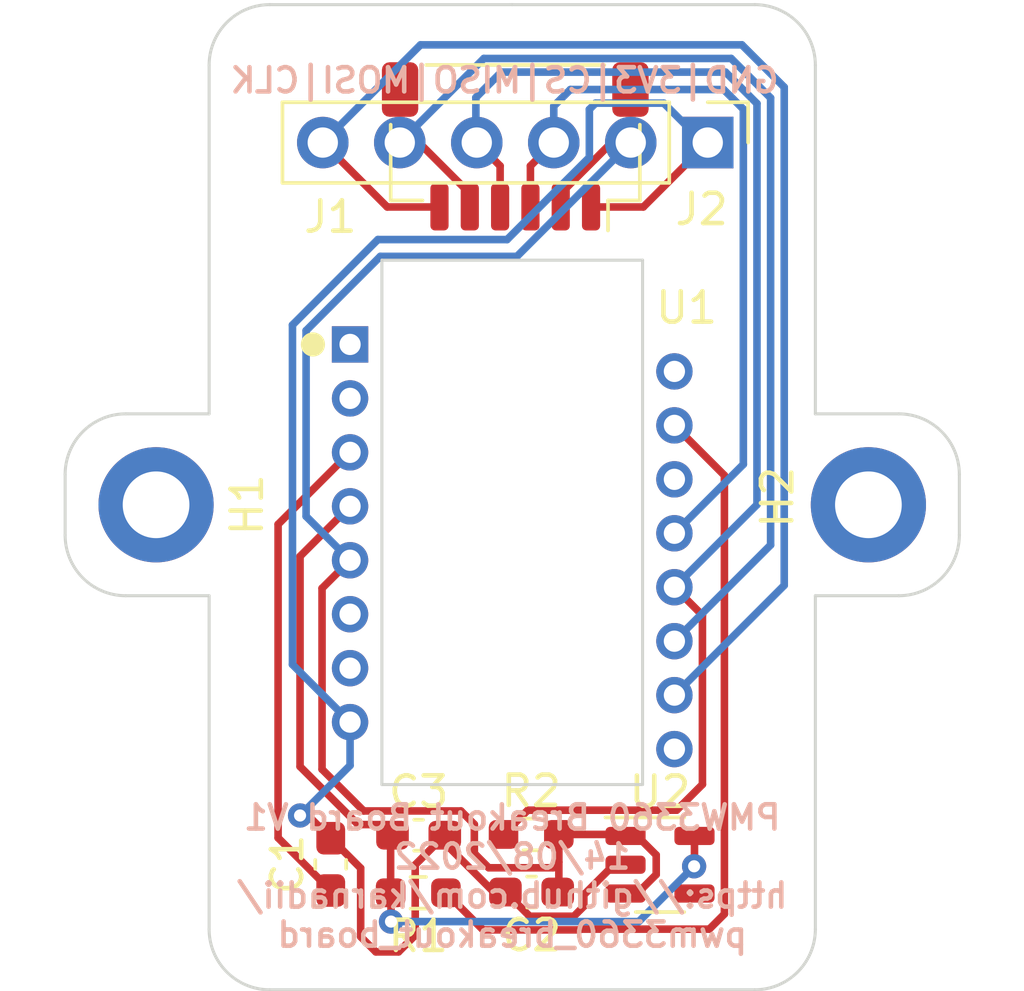
<source format=kicad_pcb>
(kicad_pcb (version 20211014) (generator pcbnew)
  (layers (0 "F.Cu" signal) (31 "B.Cu" signal) (34 "B.Paste" user) (35 "F.Paste" user) (36 "B.SilkS" user "B.Silkscreen") (37 "F.SilkS" user "F.Silkscreen") (38 "B.Mask" user) (39 "F.Mask" user) (44 "Edge.Cuts" user))
  (net 0 "")
  (net 1 "Net-(C1-Pad1)")
  (net 2 "GND")
  (net 3 "MISO")
  (net 4 "+1V8")
  (net 5 "NCS")
  (net 6 "MOSI")
  (net 7 "SCLK")
  (net 8 "Net-(R1-Pad1)")
  (net 15 "MOTION")
  (net 17 "+3V3")
  (footprint "Capacitor_SMD:C_0603_1608Metric_Pad1.08x0.95mm_HandSolder" (layer "F.Cu") (at 126.3375 109.57)
    (fp_text reference "C3" (at 0 -1.43) (layer "F.SilkS"))
    (fp_text value "1uF")
    (fp_line (start -0.146267 -0.51) (end 0.146267 -0.51) (layer "F.SilkS") (width 0.12))
    (fp_line (start -0.146267 0.51) (end 0.146267 0.51) (layer "F.SilkS") (width 0.12))
    (pad "1" smd roundrect (at -0.8625 0) (size 1.075 0.95) (layers "F.Cu" "F.Paste" "F.Mask") (net 4 "+1V8"))
    (pad "2" smd roundrect (at 0.8625 0) (size 1.075 0.95) (layers "F.Cu" "F.Paste" "F.Mask") (net 2 "GND"))
  )
  (footprint "Resistor_SMD:R_0603_1608Metric_Pad0.98x0.95mm_HandSolder" (layer "F.Cu") (at 126.325 111.47 180)
    (fp_text reference "R1" (at 0 -1.43) (layer "F.SilkS"))
    (fp_text value "39")
    (fp_line (start -0.254724 -0.5225) (end 0.254724 -0.5225) (layer "F.SilkS") (width 0.12))
    (fp_line (start -0.254724 0.5225) (end 0.254724 0.5225) (layer "F.SilkS") (width 0.12))
    (pad "1" smd roundrect (at -0.9125 0 180) (size 0.975 0.95) (layers "F.Cu" "F.Paste" "F.Mask") (net 8 "Net-(R1-Pad1)"))
    (pad "2" smd roundrect (at 0.9125 0 180) (size 0.975 0.95) (layers "F.Cu" "F.Paste" "F.Mask") (net 4 "+1V8"))
  )
  (footprint "PMW3360:PMW3360" (layer "F.Cu") (at 124.075 93.38)
    (fp_text reference "U1" (at 11.1 -1.21) (layer "F.SilkS"))
    (fp_text value "PMW3360")
    (fp_circle (center -1.225 0) (end -1.025 0) (layer "F.SilkS") (width 0.4) (fill none))
    (pad "1" thru_hole rect (at 0 0) (size 1.2 1.2) (drill 0.7) (layers *.Cu *.Mask))
    (pad "2" thru_hole circle (at 0 1.78) (size 1.2 1.2) (drill 0.7) (layers *.Cu *.Mask))
    (pad "3" thru_hole circle (at 0 3.56) (size 1.2 1.2) (drill 0.7) (layers *.Cu *.Mask) (net 1 "Net-(C1-Pad1)"))
    (pad "4" thru_hole circle (at 0 5.34) (size 1.2 1.2) (drill 0.7) (layers *.Cu *.Mask) (net 4 "+1V8"))
    (pad "5" thru_hole circle (at 0 7.12) (size 1.2 1.2) (drill 0.7) (layers *.Cu *.Mask) (net 17 "+3V3"))
    (pad "6" thru_hole circle (at 0 8.9) (size 1.2 1.2) (drill 0.7) (layers *.Cu *.Mask))
    (pad "7" thru_hole circle (at 0 10.68) (size 1.2 1.2) (drill 0.7) (layers *.Cu *.Mask))
    (pad "8" thru_hole circle (at 0 12.46) (size 1.2 1.2) (drill 0.7) (layers *.Cu *.Mask) (net 2 "GND"))
    (pad "9" thru_hole circle (at 10.7 13.35) (size 1.2 1.2) (drill 0.7) (layers *.Cu *.Mask) (net 15 "MOTION"))
    (pad "10" thru_hole circle (at 10.7 11.57) (size 1.2 1.2) (drill 0.7) (layers *.Cu *.Mask) (net 7 "SCLK"))
    (pad "11" thru_hole circle (at 10.7 9.79) (size 1.2 1.2) (drill 0.7) (layers *.Cu *.Mask) (net 6 "MOSI"))
    (pad "12" thru_hole circle (at 10.7 8.01) (size 1.2 1.2) (drill 0.7) (layers *.Cu *.Mask) (net 3 "MISO"))
    (pad "13" thru_hole circle (at 10.7 6.23) (size 1.2 1.2) (drill 0.7) (layers *.Cu *.Mask) (net 5 "NCS"))
    (pad "14" thru_hole circle (at 10.7 4.45) (size 1.2 1.2) (drill 0.7) (layers *.Cu *.Mask))
    (pad "15" thru_hole circle (at 10.7 2.67) (size 1.2 1.2) (drill 0.7) (layers *.Cu *.Mask) (net 8 "Net-(R1-Pad1)"))
    (pad "16" thru_hole circle (at 10.7 0.89) (size 1.2 1.2) (drill 0.7) (layers *.Cu *.Mask))
  )
  (footprint "Resistor_SMD:R_0603_1608Metric_Pad0.98x0.95mm_HandSolder" (layer "F.Cu") (at 130.05 109.545)
    (fp_text reference "R2" (at 0 -1.43) (layer "F.SilkS"))
    (fp_text value "10k")
    (fp_line (start -0.254724 -0.5225) (end 0.254724 -0.5225) (layer "F.SilkS") (width 0.12))
    (fp_line (start -0.254724 0.5225) (end 0.254724 0.5225) (layer "F.SilkS") (width 0.12))
    (pad "1" smd roundrect (at -0.9125 0) (size 0.975 0.95) (layers "F.Cu" "F.Paste" "F.Mask") (net 3 "MISO"))
    (pad "2" smd roundrect (at 0.9125 0) (size 0.975 0.95) (layers "F.Cu" "F.Paste" "F.Mask") (net 17 "+3V3"))
  )
  (footprint "Package_TO_SOT_SMD:SOT-23-5" (layer "F.Cu") (at 134.3 110.545)
    (fp_text reference "U2" (at 0 -2.4) (layer "F.SilkS"))
    (fp_text value "TLV70019_SOT23-5")
    (fp_line (start 0 -1.56) (end -1.8 -1.56) (layer "F.SilkS") (width 0.12))
    (fp_line (start 0 1.56) (end -0.8 1.56) (layer "F.SilkS") (width 0.12))
    (fp_line (start 0 -1.56) (end 0.8 -1.56) (layer "F.SilkS") (width 0.12))
    (fp_line (start 0 1.56) (end 0.8 1.56) (layer "F.SilkS") (width 0.12))
    (pad "1" smd roundrect (at -1.1375 -0.95) (size 1.325 0.6) (layers "F.Cu" "F.Paste" "F.Mask") (net 17 "+3V3"))
    (pad "2" smd roundrect (at -1.1375 0) (size 1.325 0.6) (layers "F.Cu" "F.Paste" "F.Mask") (net 2 "GND"))
    (pad "3" smd roundrect (at -1.1375 0.95) (size 1.325 0.6) (layers "F.Cu" "F.Paste" "F.Mask") (net 17 "+3V3"))
    (pad "4" smd roundrect (at 1.1375 0.95) (size 1.325 0.6) (layers "F.Cu" "F.Paste" "F.Mask"))
    (pad "5" smd roundrect (at 1.1375 -0.95) (size 1.325 0.6) (layers "F.Cu" "F.Paste" "F.Mask") (net 4 "+1V8"))
  )
  (footprint "MountingHole:MountingHole_2.2mm_M2_DIN965_Pad" (layer "F.Cu") (at 117.675 98.67)
    (fp_text reference "H1" (at 3 0 90) (layer "F.SilkS"))
    (fp_text value "MountingHole")
    (pad "1" thru_hole circle (at 0 0) (size 3.8 3.8) (drill 2.2) (layers *.Cu *.Mask))
  )
  (footprint "Capacitor_SMD:C_0603_1608Metric_Pad1.08x0.95mm_HandSolder" (layer "F.Cu") (at 123.4375 110.5325 90)
    (fp_text reference "C1" (at 0 -1.43 90) (layer "F.SilkS"))
    (fp_text value "4.7uF")
    (fp_line (start -0.146267 0.51) (end 0.146267 0.51) (layer "F.SilkS") (width 0.12))
    (fp_line (start -0.146267 -0.51) (end 0.146267 -0.51) (layer "F.SilkS") (width 0.12))
    (pad "1" smd roundrect (at -0.8625 0 90) (size 1.075 0.95) (layers "F.Cu" "F.Paste" "F.Mask") (net 1 "Net-(C1-Pad1)"))
    (pad "2" smd roundrect (at 0.8625 0 90) (size 1.075 0.95) (layers "F.Cu" "F.Paste" "F.Mask") (net 2 "GND"))
  )
  (footprint "Connector_JST:JST_SH_SM06B-SRSS-TB_1x06-1MP_P1.00mm_Horizontal" (layer "F.Cu") (at 129.525 86.845 180)
    (fp_text reference "J1" (at 6.1 -2.325) (layer "F.SilkS"))
    (fp_text value "Conn_01x06")
    (fp_line (start -4.11 0.715) (end -4.11 -1.785) (layer "F.SilkS") (width 0.12))
    (fp_line (start -2.94 2.685) (end 2.94 2.685) (layer "F.SilkS") (width 0.12))
    (fp_line (start -3.06 -1.785) (end -3.06 -2.775) (layer "F.SilkS") (width 0.12))
    (fp_line (start -4.11 -1.785) (end -3.06 -1.785) (layer "F.SilkS") (width 0.12))
    (fp_line (start 4.11 0.715) (end 4.11 -1.785) (layer "F.SilkS") (width 0.12))
    (fp_line (start 4.11 -1.785) (end 3.06 -1.785) (layer "F.SilkS") (width 0.12))
    (pad "1" smd roundrect (at -2.5 -2 180) (size 0.6 1.55) (layers "F.Cu" "F.Paste" "F.Mask") (net 2 "GND"))
    (pad "2" smd roundrect (at -1.5 -2 180) (size 0.6 1.55) (layers "F.Cu" "F.Paste" "F.Mask") (net 17 "+3V3"))
    (pad "3" smd roundrect (at -0.5 -2 180) (size 0.6 1.55) (layers "F.Cu" "F.Paste" "F.Mask") (net 5 "NCS"))
    (pad "4" smd roundrect (at 0.5 -2 180) (size 0.6 1.55) (layers "F.Cu" "F.Paste" "F.Mask") (net 3 "MISO"))
    (pad "5" smd roundrect (at 1.5 -2 180) (size 0.6 1.55) (layers "F.Cu" "F.Paste" "F.Mask") (net 6 "MOSI"))
    (pad "6" smd roundrect (at 2.5 -2 180) (size 0.6 1.55) (layers "F.Cu" "F.Paste" "F.Mask") (net 7 "SCLK"))
    (pad "MP" smd roundrect (at -3.8 1.875 180) (size 1.2 1.8) (layers "F.Cu" "F.Paste" "F.Mask") (roundrect_rratio 0.2083333333))
    (pad "MP" smd roundrect (at 3.8 1.875 180) (size 1.2 1.8) (layers "F.Cu" "F.Paste" "F.Mask") (roundrect_rratio 0.2083333333))
  )
  (footprint "Capacitor_SMD:C_0603_1608Metric_Pad1.08x0.95mm_HandSolder" (layer "F.Cu") (at 130.0625 111.445 180)
    (fp_text reference "C2" (at 0 -1.43) (layer "F.SilkS"))
    (fp_text value "0.1uF")
    (fp_line (start -0.146267 0.51) (end 0.146267 0.51) (layer "F.SilkS") (width 0.12))
    (fp_line (start -0.146267 -0.51) (end 0.146267 -0.51) (layer "F.SilkS") (width 0.12))
    (pad "1" smd roundrect (at -0.8625 0 180) (size 1.075 0.95) (layers "F.Cu" "F.Paste" "F.Mask") (net 17 "+3V3"))
    (pad "2" smd roundrect (at 0.8625 0 180) (size 1.075 0.95) (layers "F.Cu" "F.Paste" "F.Mask") (net 2 "GND"))
  )
  (footprint "Connector_PinHeader_2.54mm:PinHeader_1x06_P2.54mm_Vertical" (layer "F.Cu") (at 135.875 86.72 -90)
    (fp_text reference "J2" (at 2.2 0.2 180) (layer "F.SilkS"))
    (fp_text value "Conn_01x06")
    (fp_line (start -1.33 1.27) (end 1.33 1.27) (layer "F.SilkS") (width 0.12))
    (fp_line (start 1.33 1.27) (end 1.33 14.03) (layer "F.SilkS") (width 0.12))
    (fp_line (start -1.33 0) (end -1.33 -1.33) (layer "F.SilkS") (width 0.12))
    (fp_line (start -1.33 14.03) (end 1.33 14.03) (layer "F.SilkS") (width 0.12))
    (fp_line (start -1.33 1.27) (end -1.33 14.03) (layer "F.SilkS") (width 0.12))
    (fp_line (start -1.33 -1.33) (end 0 -1.33) (layer "F.SilkS") (width 0.12))
    (pad "1" thru_hole rect (at 0 0 270) (size 1.7 1.7) (drill 1) (layers *.Cu *.Mask) (net 2 "GND"))
    (pad "2" thru_hole oval (at 0 2.54 270) (size 1.7 1.7) (drill 1) (layers *.Cu *.Mask) (net 17 "+3V3"))
    (pad "3" thru_hole oval (at 0 5.08 270) (size 1.7 1.7) (drill 1) (layers *.Cu *.Mask) (net 5 "NCS"))
    (pad "4" thru_hole oval (at 0 7.62 270) (size 1.7 1.7) (drill 1) (layers *.Cu *.Mask) (net 3 "MISO"))
    (pad "5" thru_hole oval (at 0 10.16 270) (size 1.7 1.7) (drill 1) (layers *.Cu *.Mask) (net 6 "MOSI"))
    (pad "6" thru_hole oval (at 0 12.7 270) (size 1.7 1.7) (drill 1) (layers *.Cu *.Mask) (net 7 "SCLK"))
  )
  (footprint "MountingHole:MountingHole_2.2mm_M2_DIN965_Pad" (layer "F.Cu") (at 141.175 98.67)
    (fp_text reference "H2" (at -3 -0.25 90) (layer "F.SilkS"))
    (fp_text value "MountingHole")
    (pad "1" thru_hole circle (at 0 0) (size 3.8 3.8) (drill 2.2) (layers *.Cu *.Mask))
  )
  (gr_line (start 125.125 107.9) (end 125.125 90.6) (layer "Edge.Cuts") (width 0.1))
  (gr_line (start 119.425 84.17) (end 119.425 95.67) (layer "Edge.Cuts") (width 0.1))
  (gr_line (start 119.425 101.67) (end 116.675 101.67) (layer "Edge.Cuts") (width 0.1))
  (gr_line (start 144.175 99.67) (end 144.175 97.67) (layer "Edge.Cuts") (width 0.1))
  (gr_line (start 119.425 101.67) (end 119.425 112.67) (layer "Edge.Cuts") (width 0.1))
  (gr_arc (start 137.425 82.17) (mid 138.839214 82.755786) (end 139.425 84.17) (layer "Edge.Cuts") (width 0.1))
  (gr_line (start 129.425 82.17) (end 137.425 82.17) (layer "Edge.Cuts") (width 0.1))
  (gr_arc (start 116.675 101.67) (mid 115.260786 101.084214) (end 114.675 99.67) (layer "Edge.Cuts") (width 0.1))
  (gr_line (start 139.425 95.67) (end 139.425 84.17) (layer "Edge.Cuts") (width 0.1))
  (gr_arc (start 121.425 114.67) (mid 120.010786 114.084214) (end 119.425 112.67) (layer "Edge.Cuts") (width 0.1))
  (gr_line (start 121.425 82.17) (end 129.425 82.17) (layer "Edge.Cuts") (width 0.1))
  (gr_arc (start 139.425 112.67) (mid 138.839214 114.084214) (end 137.425 114.67) (layer "Edge.Cuts") (width 0.1))
  (gr_line (start 125.125 90.6) (end 133.725 90.6) (layer "Edge.Cuts") (width 0.1))
  (gr_line (start 116.675 95.67) (end 119.425 95.67) (layer "Edge.Cuts") (width 0.1))
  (gr_line (start 142.175 95.67) (end 139.425 95.67) (layer "Edge.Cuts") (width 0.1))
  (gr_arc (start 144.175 99.67) (mid 143.589214 101.084214) (end 142.175 101.67) (layer "Edge.Cuts") (width 0.1))
  (gr_line (start 139.425 101.67) (end 139.425 112.67) (layer "Edge.Cuts") (width 0.1))
  (gr_arc (start 114.675 97.67) (mid 115.260786 96.255786) (end 116.675 95.67) (layer "Edge.Cuts") (width 0.1))
  (gr_line (start 139.425 101.67) (end 142.175 101.67) (layer "Edge.Cuts") (width 0.1))
  (gr_line (start 133.725 90.6) (end 133.725 107.9) (layer "Edge.Cuts") (width 0.1))
  (gr_arc (start 142.175 95.67) (mid 143.589214 96.255786) (end 144.175 97.67) (layer "Edge.Cuts") (width 0.1))
  (gr_line (start 114.675 99.67) (end 114.675 97.67) (layer "Edge.Cuts") (width 0.1))
  (gr_line (start 133.725 107.9) (end 125.125 107.9) (layer "Edge.Cuts") (width 0.1))
  (gr_arc (start 119.425 84.17) (mid 120.010786 82.755786) (end 121.425 82.17) (layer "Edge.Cuts") (width 0.1))
  (gr_line (start 137.425 114.67) (end 121.425 114.67) (layer "Edge.Cuts") (width 0.1))
  (gr_text "GND|3V3|CS|MISO|MOSI|CLK" (at 129.175 84.67) (layer "B.SilkS") (effects (font (size 0.8 0.8)) (justify mirror)))
  (gr_text "PMW3360 Breakout Board V1\n14/08/2022\nhttps://github.com/karnadii/\npwm3360_breakout_board\n" (at 129.425 110.92) (layer "B.SilkS") (effects (font (size 0.8 0.8)) (justify mirror)))
  (segment (start 121.700499 109.657999) (end 123.4375 111.395) (width 0.25) (layer "F.Cu") (net 1))
  (segment (start 121.700499 99.314501) (end 121.700499 109.657999) (width 0.25) (layer "F.Cu") (net 1))
  (segment (start 124.075 96.94) (end 121.700499 99.314501) (width 0.25) (layer "F.Cu") (net 1))
  (segment (start 131.457796 112.24452) (end 129.99952 112.24452) (width 0.25) (layer "F.Cu") (net 2))
  (segment (start 133.1625 110.545) (end 132.778928 110.545) (width 0.25) (layer "F.Cu") (net 2))
  (segment (start 131.78702 111.536908) (end 131.78702 111.915296) (width 0.25) (layer "F.Cu") (net 2))
  (segment (start 122.425 108.92) (end 122.6875 108.92) (width 0.25) (layer "F.Cu") (net 2))
  (segment (start 132.778928 110.545) (end 131.78702 111.536908) (width 0.25) (layer "F.Cu") (net 2))
  (segment (start 135.875 86.72) (end 133.75 88.845) (width 0.25) (layer "F.Cu") (net 2))
  (segment (start 124.425 112.92) (end 124.425 110.6575) (width 0.25) (layer "F.Cu") (net 2))
  (segment (start 127.2 109.57) (end 126.22452 110.54548) (width 0.25) (layer "F.Cu") (net 2))
  (segment (start 128.814296 111.445) (end 129.2 111.445) (width 0.25) (layer "F.Cu") (net 2))
  (segment (start 126.22452 112.87048) (end 125.675 113.42) (width 0.25) (layer "F.Cu") (net 2))
  (segment (start 124.925 113.42) (end 124.425 112.92) (width 0.25) (layer "F.Cu") (net 2))
  (segment (start 129.99952 112.24452) (end 129.2 111.445) (width 0.25) (layer "F.Cu") (net 2))
  (segment (start 131.78702 111.915296) (end 131.457796 112.24452) (width 0.25) (layer "F.Cu") (net 2))
  (segment (start 127.2 109.57) (end 127.2 109.830704) (width 0.25) (layer "F.Cu") (net 2))
  (segment (start 126.22452 112.71952) (end 126.22452 112.87048) (width 0.25) (layer "F.Cu") (net 2))
  (segment (start 124.425 110.6575) (end 123.4375 109.67) (width 0.25) (layer "F.Cu") (net 2))
  (segment (start 126.22452 110.54548) (end 126.22452 112.71952) (width 0.25) (layer "F.Cu") (net 2))
  (segment (start 122.6875 108.92) (end 123.4375 109.67) (width 0.25) (layer "F.Cu") (net 2))
  (segment (start 133.75 88.845) (end 132.025 88.845) (width 0.25) (layer "F.Cu") (net 2))
  (segment (start 125.675 113.42) (end 124.925 113.42) (width 0.25) (layer "F.Cu") (net 2))
  (segment (start 127.2 109.830704) (end 128.814296 111.445) (width 0.25) (layer "F.Cu") (net 2))
  (via (at 122.425 108.92) (size 0.8) (drill 0.4) (layers "F.Cu" "B.Cu") (net 2))
  (segment (start 135.725 86.72) (end 134.425 85.42) (width 0.25) (layer "B.Cu") (net 2))
  (segment (start 131.969511 85.625489) (end 131.969511 87.206499) (width 0.25) (layer "B.Cu") (net 2))
  (segment (start 132.175 85.42) (end 131.969511 85.625489) (width 0.25) (layer "B.Cu") (net 2))
  (segment (start 124.075 105.84) (end 124.075 107.27) (width 0.25) (layer "B.Cu") (net 2))
  (segment (start 122.175 92.737492) (end 122.175 103.94) (width 0.25) (layer "B.Cu") (net 2))
  (segment (start 122.175 103.94) (end 124.075 105.84) (width 0.25) (layer "B.Cu") (net 2))
  (segment (start 134.425 85.42) (end 132.175 85.42) (width 0.25) (layer "B.Cu") (net 2))
  (segment (start 135.875 86.72) (end 135.725 86.72) (width 0.25) (layer "B.Cu") (net 2))
  (segment (start 131.969511 87.206499) (end 129.25601 89.92) (width 0.25) (layer "B.Cu") (net 2))
  (segment (start 124.075 107.27) (end 122.425 108.92) (width 0.25) (layer "B.Cu") (net 2))
  (segment (start 124.992492 89.92) (end 122.175 92.737492) (width 0.25) (layer "B.Cu") (net 2))
  (segment (start 129.25601 89.92) (end 124.992492 89.92) (width 0.25) (layer "B.Cu") (net 2))
  (segment (start 135.699511 102.314511) (end 135.699511 107.895489) (width 0.25) (layer "F.Cu") (net 3))
  (segment (start 134.84952 108.74548) (end 129.93702 108.74548) (width 0.25) (layer "F.Cu") (net 3))
  (segment (start 134.775 101.39) (end 135.699511 102.314511) (width 0.25) (layer "F.Cu") (net 3))
  (segment (start 135.699511 107.895489) (end 134.84952 108.74548) (width 0.25) (layer "F.Cu") (net 3))
  (segment (start 129.93702 108.74548) (end 129.1375 109.545) (width 0.25) (layer "F.Cu") (net 3))
  (segment (start 129.025 87.49) (end 129.025 88.845) (width 0.25) (layer "F.Cu") (net 3))
  (segment (start 128.255 86.72) (end 129.025 87.49) (width 0.25) (layer "F.Cu") (net 3))
  (segment (start 137.499031 85.433314) (end 137.499031 98.665969) (width 0.25) (layer "B.Cu") (net 3))
  (segment (start 136.461198 84.39548) (end 137.499031 85.433314) (width 0.25) (layer "B.Cu") (net 3))
  (segment (start 128.255 86.72) (end 128.225489 86.690489) (width 0.25) (layer "B.Cu") (net 3))
  (segment (start 137.499031 98.665969) (end 134.775 101.39) (width 0.25) (layer "B.Cu") (net 3))
  (segment (start 129.063816 84.39548) (end 136.461198 84.39548) (width 0.25) (layer "B.Cu") (net 3))
  (segment (start 128.225489 86.690489) (end 128.225489 85.233807) (width 0.25) (layer "B.Cu") (net 3))
  (segment (start 128.225489 85.233807) (end 129.063816 84.39548) (width 0.25) (layer "B.Cu") (net 3))
  (segment (start 125.425 111.4825) (end 125.4125 111.47) (width 0.25) (layer "F.Cu") (net 4))
  (segment (start 125.4125 109.6325) (end 125.475 109.57) (width 0.25) (layer "F.Cu") (net 4))
  (segment (start 135.4375 109.595) (end 135.4375 110.583) (width 0.25) (layer "F.Cu") (net 4))
  (segment (start 124.339287 109.219991) (end 125.124991 109.219991) (width 0.25) (layer "F.Cu") (net 4))
  (segment (start 124.075 98.72) (end 122.425 100.37) (width 0.25) (layer "F.Cu") (net 4))
  (segment (start 122.425 107.305704) (end 124.339287 109.219991) (width 0.25) (layer "F.Cu") (net 4))
  (segment (start 122.425 100.37) (end 122.425 107.305704) (width 0.25) (layer "F.Cu") (net 4))
  (segment (start 125.124991 109.219991) (end 125.475 109.57) (width 0.25) (layer "F.Cu") (net 4))
  (segment (start 125.425 112.42) (end 125.425 111.4825) (width 0.25) (layer "F.Cu") (net 4))
  (segment (start 135.4375 110.583) (end 135.425 110.5955) (width 0.25) (layer "F.Cu") (net 4))
  (segment (start 125.4125 111.47) (end 125.4125 109.6325) (width 0.25) (layer "F.Cu") (net 4))
  (via (at 125.425 112.42) (size 0.8) (drill 0.4) (layers "F.Cu" "B.Cu") (net 4))
  (via (at 135.425 110.5955) (size 0.8) (drill 0.4) (layers "F.Cu" "B.Cu") (net 4))
  (segment (start 135.425 110.5955) (end 133.6005 112.42) (width 0.25) (layer "B.Cu") (net 4))
  (segment (start 133.6005 112.42) (end 125.425 112.42) (width 0.25) (layer "B.Cu") (net 4))
  (segment (start 130.025 88.845) (end 130.025 87.49) (width 0.25) (layer "F.Cu") (net 5))
  (segment (start 130.025 87.49) (end 130.795 86.72) (width 0.25) (layer "F.Cu") (net 5))
  (segment (start 134.775 99.61) (end 137.049511 97.335489) (width 0.25) (layer "B.Cu") (net 5))
  (segment (start 130.795 85.517919) (end 130.795 86.72) (width 0.25) (layer "B.Cu") (net 5))
  (segment (start 131.342429 84.97049) (end 130.795 85.517919) (width 0.25) (layer "B.Cu") (net 5))
  (segment (start 137.049511 85.619511) (end 136.40049 84.97049) (width 0.25) (layer "B.Cu") (net 5))
  (segment (start 136.40049 84.97049) (end 131.342429 84.97049) (width 0.25) (layer "B.Cu") (net 5))
  (segment (start 137.049511 97.335489) (end 137.049511 85.619511) (width 0.25) (layer "B.Cu") (net 5))
  (segment (start 126.346072 86.72) (end 128.025 88.398928) (width 0.25) (layer "F.Cu") (net 6))
  (segment (start 125.715 86.72) (end 126.346072 86.72) (width 0.25) (layer "F.Cu") (net 6))
  (segment (start 128.025 88.398928) (end 128.025 88.845) (width 0.25) (layer "F.Cu") (net 6))
  (segment (start 137.948551 99.996449) (end 134.775 103.17) (width 0.25) (layer "B.Cu") (net 6))
  (segment (start 128.48904 83.94596) (end 136.647396 83.945961) (width 0.25) (layer "B.Cu") (net 6))
  (segment (start 136.647396 83.945961) (end 137.948551 85.247117) (width 0.25) (layer "B.Cu") (net 6))
  (segment (start 125.715 86.72) (end 128.48904 83.94596) (width 0.25) (layer "B.Cu") (net 6))
  (segment (start 137.948551 85.247117) (end 137.948551 99.996449) (width 0.25) (layer "B.Cu") (net 6))
  (segment (start 125.3 88.845) (end 127.025 88.845) (width 0.25) (layer "F.Cu") (net 7))
  (segment (start 123.175 86.72) (end 125.3 88.845) (width 0.25) (layer "F.Cu") (net 7))
  (segment (start 137.001441 83.496441) (end 138.398071 84.893071) (width 0.25) (layer "B.Cu") (net 7))
  (segment (start 138.398071 101.326929) (end 134.775 104.95) (width 0.25) (layer "B.Cu") (net 7))
  (segment (start 123.175 86.72) (end 126.398559 83.496441) (width 0.25) (layer "B.Cu") (net 7))
  (segment (start 126.398559 83.496441) (end 137.001441 83.496441) (width 0.25) (layer "B.Cu") (net 7))
  (segment (start 138.398071 84.893071) (end 138.398071 101.326929) (width 0.25) (layer "B.Cu") (net 7))
  (segment (start 136.42452 97.69952) (end 136.42452 112.17048) (width 0.25) (layer "F.Cu") (net 8))
  (segment (start 128.461531 112.694031) (end 127.2375 111.47) (width 0.25) (layer "F.Cu") (net 8))
  (segment (start 135.925 112.67) (end 131.66802 112.67) (width 0.25) (layer "F.Cu") (net 8))
  (segment (start 136.42452 112.17048) (end 135.925 112.67) (width 0.25) (layer "F.Cu") (net 8))
  (segment (start 131.66802 112.67) (end 131.643989 112.694031) (width 0.25) (layer "F.Cu") (net 8))
  (segment (start 134.775 96.05) (end 136.42452 97.69952) (width 0.25) (layer "F.Cu") (net 8))
  (segment (start 131.643989 112.694031) (end 128.461531 112.694031) (width 0.25) (layer "F.Cu") (net 8))
  (segment (start 131.025 88.398928) (end 131.025 88.845) (width 0.25) (layer "F.Cu") (net 17))
  (segment (start 128.175 109.212684) (end 128.175 110.17) (width 0.25) (layer "F.Cu") (net 17))
  (segment (start 132.703928 86.72) (end 131.025 88.398928) (width 0.25) (layer "F.Cu") (net 17))
  (segment (start 133.1125 109.545) (end 133.1625 109.595) (width 0.25) (layer "F.Cu") (net 17))
  (segment (start 133.546072 109.595) (end 134.175 110.223928) (width 0.25) (layer "F.Cu") (net 17))
  (segment (start 130.77452 110.64548) (end 130.9625 110.4575) (width 0.25) (layer "F.Cu") (net 17))
  (segment (start 127.732796 108.77048) (end 128.175 109.212684) (width 0.25) (layer "F.Cu") (net 17))
  (segment (start 130.9625 109.545) (end 133.1125 109.545) (width 0.25) (layer "F.Cu") (net 17))
  (segment (start 124.52548 108.77048) (end 127.732796 108.77048) (width 0.25) (layer "F.Cu") (net 17))
  (segment (start 133.335 86.72) (end 132.703928 86.72) (width 0.25) (layer "F.Cu") (net 17))
  (segment (start 130.9625 110.4575) (end 130.9625 111.4075) (width 0.25) (layer "F.Cu") (net 17))
  (segment (start 130.9625 111.4075) (end 130.925 111.445) (width 0.25) (layer "F.Cu") (net 17))
  (segment (start 130.9625 109.545) (end 130.9625 110.4575) (width 0.25) (layer "F.Cu") (net 17))
  (segment (start 123.150489 101.424511) (end 123.150489 107.395489) (width 0.25) (layer "F.Cu") (net 17))
  (segment (start 134.175 110.866072) (end 133.546072 111.495) (width 0.25) (layer "F.Cu") (net 17))
  (segment (start 133.546072 111.495) (end 133.1625 111.495) (width 0.25) (layer "F.Cu") (net 17))
  (segment (start 134.175 110.223928) (end 134.175 110.866072) (width 0.25) (layer "F.Cu") (net 17))
  (segment (start 128.175 110.17) (end 128.65048 110.64548) (width 0.25) (layer "F.Cu") (net 17))
  (segment (start 133.1625 109.595) (end 133.546072 109.595) (width 0.25) (layer "F.Cu") (net 17))
  (segment (start 124.075 100.5) (end 123.150489 101.424511) (width 0.25) (layer "F.Cu") (net 17))
  (segment (start 123.150489 107.395489) (end 124.52548 108.77048) (width 0.25) (layer "F.Cu") (net 17))
  (segment (start 128.65048 110.64548) (end 130.77452 110.64548) (width 0.25) (layer "F.Cu") (net 17))
  (segment (start 129.58002 90.47498) (end 125.073216 90.47498) (width 0.25) (layer "B.Cu") (net 17))
  (segment (start 133.335 86.72) (end 129.58002 90.47498) (width 0.25) (layer "B.Cu") (net 17))
  (segment (start 122.624511 92.923685) (end 122.624511 99.049511) (width 0.25) (layer "B.Cu") (net 17))
  (segment (start 122.624511 99.049511) (end 124.075 100.5) (width 0.25) (layer "B.Cu") (net 17))
  (segment (start 125.073216 90.47498) (end 122.624511 92.923685) (width 0.25) (layer "B.Cu") (net 17))
)
</source>
